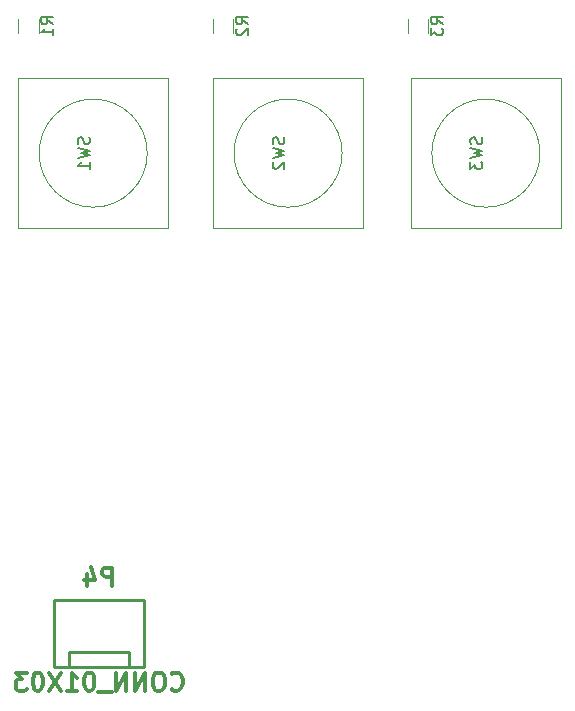
<source format=gbr>
G04 #@! TF.FileFunction,Legend,Bot*
%FSLAX46Y46*%
G04 Gerber Fmt 4.6, Leading zero omitted, Abs format (unit mm)*
G04 Created by KiCad (PCBNEW 4.0.5) date *
%MOMM*%
%LPD*%
G01*
G04 APERTURE LIST*
%ADD10C,0.100000*%
%ADD11C,0.254000*%
%ADD12C,0.120000*%
%ADD13C,0.304800*%
%ADD14C,0.150000*%
G04 APERTURE END LIST*
D10*
D11*
X131540000Y-120270000D02*
X126460000Y-120270000D01*
X125190000Y-121540000D02*
X132810000Y-121540000D01*
X132810000Y-115825000D02*
X125190000Y-115825000D01*
X131540000Y-120270000D02*
X131540000Y-121540000D01*
X126460000Y-121540000D02*
X126460000Y-120270000D01*
X125190000Y-121540000D02*
X125190000Y-115825000D01*
X132810000Y-115825000D02*
X132810000Y-121540000D01*
D12*
X122120000Y-67850000D02*
X122120000Y-66650000D01*
X123880000Y-66650000D02*
X123880000Y-67850000D01*
X138620000Y-67850000D02*
X138620000Y-66650000D01*
X140380000Y-66650000D02*
X140380000Y-67850000D01*
X155120000Y-67850000D02*
X155120000Y-66650000D01*
X156880000Y-66650000D02*
X156880000Y-67850000D01*
X133079050Y-78000000D02*
G75*
G03X133079050Y-78000000I-4579050J0D01*
G01*
X122150000Y-84350000D02*
X122150000Y-71650000D01*
X122150000Y-71650000D02*
X134850000Y-71650000D01*
X134850000Y-71650000D02*
X134850000Y-84350000D01*
X134850000Y-84350000D02*
X122150000Y-84350000D01*
X149579050Y-78000000D02*
G75*
G03X149579050Y-78000000I-4579050J0D01*
G01*
X138650000Y-84350000D02*
X138650000Y-71650000D01*
X138650000Y-71650000D02*
X151350000Y-71650000D01*
X151350000Y-71650000D02*
X151350000Y-84350000D01*
X151350000Y-84350000D02*
X138650000Y-84350000D01*
X166329050Y-78000000D02*
G75*
G03X166329050Y-78000000I-4579050J0D01*
G01*
X155400000Y-84350000D02*
X155400000Y-71650000D01*
X155400000Y-71650000D02*
X168100000Y-71650000D01*
X168100000Y-71650000D02*
X168100000Y-84350000D01*
X168100000Y-84350000D02*
X155400000Y-84350000D01*
D13*
X130124857Y-114609429D02*
X130124857Y-113085429D01*
X129544285Y-113085429D01*
X129399143Y-113158000D01*
X129326571Y-113230571D01*
X129254000Y-113375714D01*
X129254000Y-113593429D01*
X129326571Y-113738571D01*
X129399143Y-113811143D01*
X129544285Y-113883714D01*
X130124857Y-113883714D01*
X127947714Y-113593429D02*
X127947714Y-114609429D01*
X128310571Y-113012857D02*
X128673428Y-114101429D01*
X127730000Y-114101429D01*
X135132286Y-123354286D02*
X135204857Y-123426857D01*
X135422571Y-123499429D01*
X135567714Y-123499429D01*
X135785429Y-123426857D01*
X135930571Y-123281714D01*
X136003143Y-123136571D01*
X136075714Y-122846286D01*
X136075714Y-122628571D01*
X136003143Y-122338286D01*
X135930571Y-122193143D01*
X135785429Y-122048000D01*
X135567714Y-121975429D01*
X135422571Y-121975429D01*
X135204857Y-122048000D01*
X135132286Y-122120571D01*
X134188857Y-121975429D02*
X133898571Y-121975429D01*
X133753429Y-122048000D01*
X133608286Y-122193143D01*
X133535714Y-122483429D01*
X133535714Y-122991429D01*
X133608286Y-123281714D01*
X133753429Y-123426857D01*
X133898571Y-123499429D01*
X134188857Y-123499429D01*
X134334000Y-123426857D01*
X134479143Y-123281714D01*
X134551714Y-122991429D01*
X134551714Y-122483429D01*
X134479143Y-122193143D01*
X134334000Y-122048000D01*
X134188857Y-121975429D01*
X132882572Y-123499429D02*
X132882572Y-121975429D01*
X132011715Y-123499429D01*
X132011715Y-121975429D01*
X131286001Y-123499429D02*
X131286001Y-121975429D01*
X130415144Y-123499429D01*
X130415144Y-121975429D01*
X130052287Y-123644571D02*
X128891144Y-123644571D01*
X128238001Y-121975429D02*
X128092858Y-121975429D01*
X127947715Y-122048000D01*
X127875144Y-122120571D01*
X127802573Y-122265714D01*
X127730001Y-122556000D01*
X127730001Y-122918857D01*
X127802573Y-123209143D01*
X127875144Y-123354286D01*
X127947715Y-123426857D01*
X128092858Y-123499429D01*
X128238001Y-123499429D01*
X128383144Y-123426857D01*
X128455715Y-123354286D01*
X128528287Y-123209143D01*
X128600858Y-122918857D01*
X128600858Y-122556000D01*
X128528287Y-122265714D01*
X128455715Y-122120571D01*
X128383144Y-122048000D01*
X128238001Y-121975429D01*
X126278572Y-123499429D02*
X127149429Y-123499429D01*
X126714001Y-123499429D02*
X126714001Y-121975429D01*
X126859144Y-122193143D01*
X127004286Y-122338286D01*
X127149429Y-122410857D01*
X125770572Y-121975429D02*
X124754572Y-123499429D01*
X124754572Y-121975429D02*
X125770572Y-123499429D01*
X123883714Y-121975429D02*
X123738571Y-121975429D01*
X123593428Y-122048000D01*
X123520857Y-122120571D01*
X123448286Y-122265714D01*
X123375714Y-122556000D01*
X123375714Y-122918857D01*
X123448286Y-123209143D01*
X123520857Y-123354286D01*
X123593428Y-123426857D01*
X123738571Y-123499429D01*
X123883714Y-123499429D01*
X124028857Y-123426857D01*
X124101428Y-123354286D01*
X124174000Y-123209143D01*
X124246571Y-122918857D01*
X124246571Y-122556000D01*
X124174000Y-122265714D01*
X124101428Y-122120571D01*
X124028857Y-122048000D01*
X123883714Y-121975429D01*
X122867714Y-121975429D02*
X121924285Y-121975429D01*
X122432285Y-122556000D01*
X122214571Y-122556000D01*
X122069428Y-122628571D01*
X121996857Y-122701143D01*
X121924285Y-122846286D01*
X121924285Y-123209143D01*
X121996857Y-123354286D01*
X122069428Y-123426857D01*
X122214571Y-123499429D01*
X122649999Y-123499429D01*
X122795142Y-123426857D01*
X122867714Y-123354286D01*
D14*
X125102381Y-67083334D02*
X124626190Y-66750000D01*
X125102381Y-66511905D02*
X124102381Y-66511905D01*
X124102381Y-66892858D01*
X124150000Y-66988096D01*
X124197619Y-67035715D01*
X124292857Y-67083334D01*
X124435714Y-67083334D01*
X124530952Y-67035715D01*
X124578571Y-66988096D01*
X124626190Y-66892858D01*
X124626190Y-66511905D01*
X125102381Y-68035715D02*
X125102381Y-67464286D01*
X125102381Y-67750000D02*
X124102381Y-67750000D01*
X124245238Y-67654762D01*
X124340476Y-67559524D01*
X124388095Y-67464286D01*
X141602381Y-67083334D02*
X141126190Y-66750000D01*
X141602381Y-66511905D02*
X140602381Y-66511905D01*
X140602381Y-66892858D01*
X140650000Y-66988096D01*
X140697619Y-67035715D01*
X140792857Y-67083334D01*
X140935714Y-67083334D01*
X141030952Y-67035715D01*
X141078571Y-66988096D01*
X141126190Y-66892858D01*
X141126190Y-66511905D01*
X140697619Y-67464286D02*
X140650000Y-67511905D01*
X140602381Y-67607143D01*
X140602381Y-67845239D01*
X140650000Y-67940477D01*
X140697619Y-67988096D01*
X140792857Y-68035715D01*
X140888095Y-68035715D01*
X141030952Y-67988096D01*
X141602381Y-67416667D01*
X141602381Y-68035715D01*
X158102381Y-67083334D02*
X157626190Y-66750000D01*
X158102381Y-66511905D02*
X157102381Y-66511905D01*
X157102381Y-66892858D01*
X157150000Y-66988096D01*
X157197619Y-67035715D01*
X157292857Y-67083334D01*
X157435714Y-67083334D01*
X157530952Y-67035715D01*
X157578571Y-66988096D01*
X157626190Y-66892858D01*
X157626190Y-66511905D01*
X157102381Y-67416667D02*
X157102381Y-68035715D01*
X157483333Y-67702381D01*
X157483333Y-67845239D01*
X157530952Y-67940477D01*
X157578571Y-67988096D01*
X157673810Y-68035715D01*
X157911905Y-68035715D01*
X158007143Y-67988096D01*
X158054762Y-67940477D01*
X158102381Y-67845239D01*
X158102381Y-67559524D01*
X158054762Y-67464286D01*
X158007143Y-67416667D01*
X128142762Y-76666667D02*
X128190381Y-76809524D01*
X128190381Y-77047620D01*
X128142762Y-77142858D01*
X128095143Y-77190477D01*
X127999905Y-77238096D01*
X127904667Y-77238096D01*
X127809429Y-77190477D01*
X127761810Y-77142858D01*
X127714190Y-77047620D01*
X127666571Y-76857143D01*
X127618952Y-76761905D01*
X127571333Y-76714286D01*
X127476095Y-76666667D01*
X127380857Y-76666667D01*
X127285619Y-76714286D01*
X127238000Y-76761905D01*
X127190381Y-76857143D01*
X127190381Y-77095239D01*
X127238000Y-77238096D01*
X127190381Y-77571429D02*
X128190381Y-77809524D01*
X127476095Y-78000001D01*
X128190381Y-78190477D01*
X127190381Y-78428572D01*
X128190381Y-79333334D02*
X128190381Y-78761905D01*
X128190381Y-79047619D02*
X127190381Y-79047619D01*
X127333238Y-78952381D01*
X127428476Y-78857143D01*
X127476095Y-78761905D01*
X144642762Y-76666667D02*
X144690381Y-76809524D01*
X144690381Y-77047620D01*
X144642762Y-77142858D01*
X144595143Y-77190477D01*
X144499905Y-77238096D01*
X144404667Y-77238096D01*
X144309429Y-77190477D01*
X144261810Y-77142858D01*
X144214190Y-77047620D01*
X144166571Y-76857143D01*
X144118952Y-76761905D01*
X144071333Y-76714286D01*
X143976095Y-76666667D01*
X143880857Y-76666667D01*
X143785619Y-76714286D01*
X143738000Y-76761905D01*
X143690381Y-76857143D01*
X143690381Y-77095239D01*
X143738000Y-77238096D01*
X143690381Y-77571429D02*
X144690381Y-77809524D01*
X143976095Y-78000001D01*
X144690381Y-78190477D01*
X143690381Y-78428572D01*
X143785619Y-78761905D02*
X143738000Y-78809524D01*
X143690381Y-78904762D01*
X143690381Y-79142858D01*
X143738000Y-79238096D01*
X143785619Y-79285715D01*
X143880857Y-79333334D01*
X143976095Y-79333334D01*
X144118952Y-79285715D01*
X144690381Y-78714286D01*
X144690381Y-79333334D01*
X161392762Y-76666667D02*
X161440381Y-76809524D01*
X161440381Y-77047620D01*
X161392762Y-77142858D01*
X161345143Y-77190477D01*
X161249905Y-77238096D01*
X161154667Y-77238096D01*
X161059429Y-77190477D01*
X161011810Y-77142858D01*
X160964190Y-77047620D01*
X160916571Y-76857143D01*
X160868952Y-76761905D01*
X160821333Y-76714286D01*
X160726095Y-76666667D01*
X160630857Y-76666667D01*
X160535619Y-76714286D01*
X160488000Y-76761905D01*
X160440381Y-76857143D01*
X160440381Y-77095239D01*
X160488000Y-77238096D01*
X160440381Y-77571429D02*
X161440381Y-77809524D01*
X160726095Y-78000001D01*
X161440381Y-78190477D01*
X160440381Y-78428572D01*
X160440381Y-78714286D02*
X160440381Y-79333334D01*
X160821333Y-79000000D01*
X160821333Y-79142858D01*
X160868952Y-79238096D01*
X160916571Y-79285715D01*
X161011810Y-79333334D01*
X161249905Y-79333334D01*
X161345143Y-79285715D01*
X161392762Y-79238096D01*
X161440381Y-79142858D01*
X161440381Y-78857143D01*
X161392762Y-78761905D01*
X161345143Y-78714286D01*
M02*

</source>
